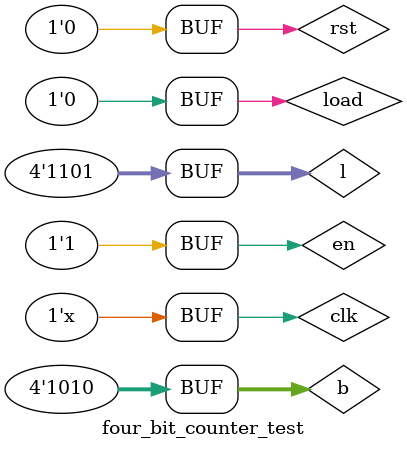
<source format=v>
`timescale 1ns / 1ps


module four_bit_counter_test;

	// Inputs
	reg clk;
	reg en;
	reg rst;
	reg load;
	reg [3:0] b,l;

	// Outputs
	wire [3:0] d;
	wire tc;
	always #5 clk=~clk;
	// Instantiate the Unit Under Test (UUT)
	four_bit_counter uut (
		.clk(clk), 
		.en(en), 
		.rst(rst), 
		.load(load), 
		.b(b), 
		.l(l),
		.tc(tc),
		.d(d)
	);

	initial begin
		// Initialize Inputs
		clk = 0;
		en = 1;
		rst = 0;
		load = 0;
		b = 0;
		l=13;
		// Wait 100 ns for global reset to finish
		#22.5;
		b=10;
      load=1;
		#5;
		load=0;		
		// Add stimulus here

	end
      
endmodule


</source>
